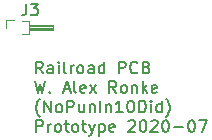
<source format=gbr>
%TF.GenerationSoftware,KiCad,Pcbnew,(5.1.6)-1*%
%TF.CreationDate,2020-07-09T10:39:36-04:00*%
%TF.ProjectId,railroad-keyboard-switch-plate,7261696c-726f-4616-942d-6b6579626f61,rev?*%
%TF.SameCoordinates,Original*%
%TF.FileFunction,Legend,Top*%
%TF.FilePolarity,Positive*%
%FSLAX46Y46*%
G04 Gerber Fmt 4.6, Leading zero omitted, Abs format (unit mm)*
G04 Created by KiCad (PCBNEW (5.1.6)-1) date 2020-07-09 10:39:36*
%MOMM*%
%LPD*%
G01*
G04 APERTURE LIST*
%ADD10C,0.150000*%
%ADD11C,0.120000*%
G04 APERTURE END LIST*
D10*
X23671773Y-400472130D02*
X23338440Y-399995940D01*
X23100345Y-400472130D02*
X23100345Y-399472130D01*
X23481297Y-399472130D01*
X23576535Y-399519750D01*
X23624154Y-399567369D01*
X23671773Y-399662607D01*
X23671773Y-399805464D01*
X23624154Y-399900702D01*
X23576535Y-399948321D01*
X23481297Y-399995940D01*
X23100345Y-399995940D01*
X24528916Y-400472130D02*
X24528916Y-399948321D01*
X24481297Y-399853083D01*
X24386059Y-399805464D01*
X24195583Y-399805464D01*
X24100345Y-399853083D01*
X24528916Y-400424511D02*
X24433678Y-400472130D01*
X24195583Y-400472130D01*
X24100345Y-400424511D01*
X24052726Y-400329273D01*
X24052726Y-400234035D01*
X24100345Y-400138797D01*
X24195583Y-400091178D01*
X24433678Y-400091178D01*
X24528916Y-400043559D01*
X25005107Y-400472130D02*
X25005107Y-399805464D01*
X25005107Y-399472130D02*
X24957488Y-399519750D01*
X25005107Y-399567369D01*
X25052726Y-399519750D01*
X25005107Y-399472130D01*
X25005107Y-399567369D01*
X25624154Y-400472130D02*
X25528916Y-400424511D01*
X25481297Y-400329273D01*
X25481297Y-399472130D01*
X26005107Y-400472130D02*
X26005107Y-399805464D01*
X26005107Y-399995940D02*
X26052726Y-399900702D01*
X26100345Y-399853083D01*
X26195583Y-399805464D01*
X26290821Y-399805464D01*
X26767011Y-400472130D02*
X26671773Y-400424511D01*
X26624154Y-400376892D01*
X26576535Y-400281654D01*
X26576535Y-399995940D01*
X26624154Y-399900702D01*
X26671773Y-399853083D01*
X26767011Y-399805464D01*
X26909869Y-399805464D01*
X27005107Y-399853083D01*
X27052726Y-399900702D01*
X27100345Y-399995940D01*
X27100345Y-400281654D01*
X27052726Y-400376892D01*
X27005107Y-400424511D01*
X26909869Y-400472130D01*
X26767011Y-400472130D01*
X27957488Y-400472130D02*
X27957488Y-399948321D01*
X27909869Y-399853083D01*
X27814630Y-399805464D01*
X27624154Y-399805464D01*
X27528916Y-399853083D01*
X27957488Y-400424511D02*
X27862250Y-400472130D01*
X27624154Y-400472130D01*
X27528916Y-400424511D01*
X27481297Y-400329273D01*
X27481297Y-400234035D01*
X27528916Y-400138797D01*
X27624154Y-400091178D01*
X27862250Y-400091178D01*
X27957488Y-400043559D01*
X28862250Y-400472130D02*
X28862250Y-399472130D01*
X28862250Y-400424511D02*
X28767011Y-400472130D01*
X28576535Y-400472130D01*
X28481297Y-400424511D01*
X28433678Y-400376892D01*
X28386059Y-400281654D01*
X28386059Y-399995940D01*
X28433678Y-399900702D01*
X28481297Y-399853083D01*
X28576535Y-399805464D01*
X28767011Y-399805464D01*
X28862250Y-399853083D01*
X30100345Y-400472130D02*
X30100345Y-399472130D01*
X30481297Y-399472130D01*
X30576535Y-399519750D01*
X30624154Y-399567369D01*
X30671773Y-399662607D01*
X30671773Y-399805464D01*
X30624154Y-399900702D01*
X30576535Y-399948321D01*
X30481297Y-399995940D01*
X30100345Y-399995940D01*
X31671773Y-400376892D02*
X31624154Y-400424511D01*
X31481297Y-400472130D01*
X31386059Y-400472130D01*
X31243202Y-400424511D01*
X31147964Y-400329273D01*
X31100345Y-400234035D01*
X31052726Y-400043559D01*
X31052726Y-399900702D01*
X31100345Y-399710226D01*
X31147964Y-399614988D01*
X31243202Y-399519750D01*
X31386059Y-399472130D01*
X31481297Y-399472130D01*
X31624154Y-399519750D01*
X31671773Y-399567369D01*
X32433678Y-399948321D02*
X32576535Y-399995940D01*
X32624154Y-400043559D01*
X32671773Y-400138797D01*
X32671773Y-400281654D01*
X32624154Y-400376892D01*
X32576535Y-400424511D01*
X32481297Y-400472130D01*
X32100345Y-400472130D01*
X32100345Y-399472130D01*
X32433678Y-399472130D01*
X32528916Y-399519750D01*
X32576535Y-399567369D01*
X32624154Y-399662607D01*
X32624154Y-399757845D01*
X32576535Y-399853083D01*
X32528916Y-399900702D01*
X32433678Y-399948321D01*
X32100345Y-399948321D01*
X23005107Y-401122130D02*
X23243202Y-402122130D01*
X23433678Y-401407845D01*
X23624154Y-402122130D01*
X23862250Y-401122130D01*
X24243202Y-402026892D02*
X24290821Y-402074511D01*
X24243202Y-402122130D01*
X24195583Y-402074511D01*
X24243202Y-402026892D01*
X24243202Y-402122130D01*
X25433678Y-401836416D02*
X25909869Y-401836416D01*
X25338440Y-402122130D02*
X25671773Y-401122130D01*
X26005107Y-402122130D01*
X26481297Y-402122130D02*
X26386059Y-402074511D01*
X26338440Y-401979273D01*
X26338440Y-401122130D01*
X27243202Y-402074511D02*
X27147964Y-402122130D01*
X26957488Y-402122130D01*
X26862250Y-402074511D01*
X26814630Y-401979273D01*
X26814630Y-401598321D01*
X26862250Y-401503083D01*
X26957488Y-401455464D01*
X27147964Y-401455464D01*
X27243202Y-401503083D01*
X27290821Y-401598321D01*
X27290821Y-401693559D01*
X26814630Y-401788797D01*
X27624154Y-402122130D02*
X28147964Y-401455464D01*
X27624154Y-401455464D02*
X28147964Y-402122130D01*
X29862250Y-402122130D02*
X29528916Y-401645940D01*
X29290821Y-402122130D02*
X29290821Y-401122130D01*
X29671773Y-401122130D01*
X29767011Y-401169750D01*
X29814630Y-401217369D01*
X29862250Y-401312607D01*
X29862250Y-401455464D01*
X29814630Y-401550702D01*
X29767011Y-401598321D01*
X29671773Y-401645940D01*
X29290821Y-401645940D01*
X30433678Y-402122130D02*
X30338440Y-402074511D01*
X30290821Y-402026892D01*
X30243202Y-401931654D01*
X30243202Y-401645940D01*
X30290821Y-401550702D01*
X30338440Y-401503083D01*
X30433678Y-401455464D01*
X30576535Y-401455464D01*
X30671773Y-401503083D01*
X30719392Y-401550702D01*
X30767011Y-401645940D01*
X30767011Y-401931654D01*
X30719392Y-402026892D01*
X30671773Y-402074511D01*
X30576535Y-402122130D01*
X30433678Y-402122130D01*
X31195583Y-401455464D02*
X31195583Y-402122130D01*
X31195583Y-401550702D02*
X31243202Y-401503083D01*
X31338440Y-401455464D01*
X31481297Y-401455464D01*
X31576535Y-401503083D01*
X31624154Y-401598321D01*
X31624154Y-402122130D01*
X32100345Y-402122130D02*
X32100345Y-401122130D01*
X32195583Y-401741178D02*
X32481297Y-402122130D01*
X32481297Y-401455464D02*
X32100345Y-401836416D01*
X33290821Y-402074511D02*
X33195583Y-402122130D01*
X33005107Y-402122130D01*
X32909869Y-402074511D01*
X32862250Y-401979273D01*
X32862250Y-401598321D01*
X32909869Y-401503083D01*
X33005107Y-401455464D01*
X33195583Y-401455464D01*
X33290821Y-401503083D01*
X33338440Y-401598321D01*
X33338440Y-401693559D01*
X32862250Y-401788797D01*
X23386059Y-404153083D02*
X23338440Y-404105464D01*
X23243202Y-403962607D01*
X23195583Y-403867369D01*
X23147964Y-403724511D01*
X23100345Y-403486416D01*
X23100345Y-403295940D01*
X23147964Y-403057845D01*
X23195583Y-402914988D01*
X23243202Y-402819750D01*
X23338440Y-402676892D01*
X23386059Y-402629273D01*
X23767011Y-403772130D02*
X23767011Y-402772130D01*
X24338440Y-403772130D01*
X24338440Y-402772130D01*
X24957488Y-403772130D02*
X24862250Y-403724511D01*
X24814630Y-403676892D01*
X24767011Y-403581654D01*
X24767011Y-403295940D01*
X24814630Y-403200702D01*
X24862250Y-403153083D01*
X24957488Y-403105464D01*
X25100345Y-403105464D01*
X25195583Y-403153083D01*
X25243202Y-403200702D01*
X25290821Y-403295940D01*
X25290821Y-403581654D01*
X25243202Y-403676892D01*
X25195583Y-403724511D01*
X25100345Y-403772130D01*
X24957488Y-403772130D01*
X25719392Y-403772130D02*
X25719392Y-402772130D01*
X26100345Y-402772130D01*
X26195583Y-402819750D01*
X26243202Y-402867369D01*
X26290821Y-402962607D01*
X26290821Y-403105464D01*
X26243202Y-403200702D01*
X26195583Y-403248321D01*
X26100345Y-403295940D01*
X25719392Y-403295940D01*
X27147964Y-403105464D02*
X27147964Y-403772130D01*
X26719392Y-403105464D02*
X26719392Y-403629273D01*
X26767011Y-403724511D01*
X26862250Y-403772130D01*
X27005107Y-403772130D01*
X27100345Y-403724511D01*
X27147964Y-403676892D01*
X27624154Y-403105464D02*
X27624154Y-403772130D01*
X27624154Y-403200702D02*
X27671773Y-403153083D01*
X27767011Y-403105464D01*
X27909869Y-403105464D01*
X28005107Y-403153083D01*
X28052726Y-403248321D01*
X28052726Y-403772130D01*
X28528916Y-403772130D02*
X28528916Y-402772130D01*
X29005107Y-403105464D02*
X29005107Y-403772130D01*
X29005107Y-403200702D02*
X29052726Y-403153083D01*
X29147964Y-403105464D01*
X29290821Y-403105464D01*
X29386059Y-403153083D01*
X29433678Y-403248321D01*
X29433678Y-403772130D01*
X30433678Y-403772130D02*
X29862250Y-403772130D01*
X30147964Y-403772130D02*
X30147964Y-402772130D01*
X30052726Y-402914988D01*
X29957488Y-403010226D01*
X29862250Y-403057845D01*
X31052726Y-402772130D02*
X31147964Y-402772130D01*
X31243202Y-402819750D01*
X31290821Y-402867369D01*
X31338440Y-402962607D01*
X31386059Y-403153083D01*
X31386059Y-403391178D01*
X31338440Y-403581654D01*
X31290821Y-403676892D01*
X31243202Y-403724511D01*
X31147964Y-403772130D01*
X31052726Y-403772130D01*
X30957488Y-403724511D01*
X30909869Y-403676892D01*
X30862250Y-403581654D01*
X30814630Y-403391178D01*
X30814630Y-403153083D01*
X30862250Y-402962607D01*
X30909869Y-402867369D01*
X30957488Y-402819750D01*
X31052726Y-402772130D01*
X31814630Y-403772130D02*
X31814630Y-402772130D01*
X32052726Y-402772130D01*
X32195583Y-402819750D01*
X32290821Y-402914988D01*
X32338440Y-403010226D01*
X32386059Y-403200702D01*
X32386059Y-403343559D01*
X32338440Y-403534035D01*
X32290821Y-403629273D01*
X32195583Y-403724511D01*
X32052726Y-403772130D01*
X31814630Y-403772130D01*
X32814630Y-403772130D02*
X32814630Y-403105464D01*
X32814630Y-402772130D02*
X32767011Y-402819750D01*
X32814630Y-402867369D01*
X32862250Y-402819750D01*
X32814630Y-402772130D01*
X32814630Y-402867369D01*
X33719392Y-403772130D02*
X33719392Y-402772130D01*
X33719392Y-403724511D02*
X33624154Y-403772130D01*
X33433678Y-403772130D01*
X33338440Y-403724511D01*
X33290821Y-403676892D01*
X33243202Y-403581654D01*
X33243202Y-403295940D01*
X33290821Y-403200702D01*
X33338440Y-403153083D01*
X33433678Y-403105464D01*
X33624154Y-403105464D01*
X33719392Y-403153083D01*
X34100345Y-404153083D02*
X34147964Y-404105464D01*
X34243202Y-403962607D01*
X34290821Y-403867369D01*
X34338440Y-403724511D01*
X34386059Y-403486416D01*
X34386059Y-403295940D01*
X34338440Y-403057845D01*
X34290821Y-402914988D01*
X34243202Y-402819750D01*
X34147964Y-402676892D01*
X34100345Y-402629273D01*
X23100345Y-405422130D02*
X23100345Y-404422130D01*
X23481297Y-404422130D01*
X23576535Y-404469750D01*
X23624154Y-404517369D01*
X23671773Y-404612607D01*
X23671773Y-404755464D01*
X23624154Y-404850702D01*
X23576535Y-404898321D01*
X23481297Y-404945940D01*
X23100345Y-404945940D01*
X24100345Y-405422130D02*
X24100345Y-404755464D01*
X24100345Y-404945940D02*
X24147964Y-404850702D01*
X24195583Y-404803083D01*
X24290821Y-404755464D01*
X24386059Y-404755464D01*
X24862250Y-405422130D02*
X24767011Y-405374511D01*
X24719392Y-405326892D01*
X24671773Y-405231654D01*
X24671773Y-404945940D01*
X24719392Y-404850702D01*
X24767011Y-404803083D01*
X24862250Y-404755464D01*
X25005107Y-404755464D01*
X25100345Y-404803083D01*
X25147964Y-404850702D01*
X25195583Y-404945940D01*
X25195583Y-405231654D01*
X25147964Y-405326892D01*
X25100345Y-405374511D01*
X25005107Y-405422130D01*
X24862250Y-405422130D01*
X25481297Y-404755464D02*
X25862250Y-404755464D01*
X25624154Y-404422130D02*
X25624154Y-405279273D01*
X25671773Y-405374511D01*
X25767011Y-405422130D01*
X25862250Y-405422130D01*
X26338440Y-405422130D02*
X26243202Y-405374511D01*
X26195583Y-405326892D01*
X26147964Y-405231654D01*
X26147964Y-404945940D01*
X26195583Y-404850702D01*
X26243202Y-404803083D01*
X26338440Y-404755464D01*
X26481297Y-404755464D01*
X26576535Y-404803083D01*
X26624154Y-404850702D01*
X26671773Y-404945940D01*
X26671773Y-405231654D01*
X26624154Y-405326892D01*
X26576535Y-405374511D01*
X26481297Y-405422130D01*
X26338440Y-405422130D01*
X26957488Y-404755464D02*
X27338440Y-404755464D01*
X27100345Y-404422130D02*
X27100345Y-405279273D01*
X27147964Y-405374511D01*
X27243202Y-405422130D01*
X27338440Y-405422130D01*
X27576535Y-404755464D02*
X27814630Y-405422130D01*
X28052726Y-404755464D02*
X27814630Y-405422130D01*
X27719392Y-405660226D01*
X27671773Y-405707845D01*
X27576535Y-405755464D01*
X28433678Y-404755464D02*
X28433678Y-405755464D01*
X28433678Y-404803083D02*
X28528916Y-404755464D01*
X28719392Y-404755464D01*
X28814630Y-404803083D01*
X28862250Y-404850702D01*
X28909869Y-404945940D01*
X28909869Y-405231654D01*
X28862250Y-405326892D01*
X28814630Y-405374511D01*
X28719392Y-405422130D01*
X28528916Y-405422130D01*
X28433678Y-405374511D01*
X29719392Y-405374511D02*
X29624154Y-405422130D01*
X29433678Y-405422130D01*
X29338440Y-405374511D01*
X29290821Y-405279273D01*
X29290821Y-404898321D01*
X29338440Y-404803083D01*
X29433678Y-404755464D01*
X29624154Y-404755464D01*
X29719392Y-404803083D01*
X29767011Y-404898321D01*
X29767011Y-404993559D01*
X29290821Y-405088797D01*
X30909869Y-404517369D02*
X30957488Y-404469750D01*
X31052726Y-404422130D01*
X31290821Y-404422130D01*
X31386059Y-404469750D01*
X31433678Y-404517369D01*
X31481297Y-404612607D01*
X31481297Y-404707845D01*
X31433678Y-404850702D01*
X30862250Y-405422130D01*
X31481297Y-405422130D01*
X32100345Y-404422130D02*
X32195583Y-404422130D01*
X32290821Y-404469750D01*
X32338440Y-404517369D01*
X32386059Y-404612607D01*
X32433678Y-404803083D01*
X32433678Y-405041178D01*
X32386059Y-405231654D01*
X32338440Y-405326892D01*
X32290821Y-405374511D01*
X32195583Y-405422130D01*
X32100345Y-405422130D01*
X32005107Y-405374511D01*
X31957488Y-405326892D01*
X31909869Y-405231654D01*
X31862250Y-405041178D01*
X31862250Y-404803083D01*
X31909869Y-404612607D01*
X31957488Y-404517369D01*
X32005107Y-404469750D01*
X32100345Y-404422130D01*
X32814630Y-404517369D02*
X32862250Y-404469750D01*
X32957488Y-404422130D01*
X33195583Y-404422130D01*
X33290821Y-404469750D01*
X33338440Y-404517369D01*
X33386059Y-404612607D01*
X33386059Y-404707845D01*
X33338440Y-404850702D01*
X32767011Y-405422130D01*
X33386059Y-405422130D01*
X34005107Y-404422130D02*
X34100345Y-404422130D01*
X34195583Y-404469750D01*
X34243202Y-404517369D01*
X34290821Y-404612607D01*
X34338440Y-404803083D01*
X34338440Y-405041178D01*
X34290821Y-405231654D01*
X34243202Y-405326892D01*
X34195583Y-405374511D01*
X34100345Y-405422130D01*
X34005107Y-405422130D01*
X33909869Y-405374511D01*
X33862250Y-405326892D01*
X33814630Y-405231654D01*
X33767011Y-405041178D01*
X33767011Y-404803083D01*
X33814630Y-404612607D01*
X33862250Y-404517369D01*
X33909869Y-404469750D01*
X34005107Y-404422130D01*
X34767011Y-405041178D02*
X35528916Y-405041178D01*
X36195583Y-404422130D02*
X36290821Y-404422130D01*
X36386059Y-404469750D01*
X36433678Y-404517369D01*
X36481297Y-404612607D01*
X36528916Y-404803083D01*
X36528916Y-405041178D01*
X36481297Y-405231654D01*
X36433678Y-405326892D01*
X36386059Y-405374511D01*
X36290821Y-405422130D01*
X36195583Y-405422130D01*
X36100345Y-405374511D01*
X36052726Y-405326892D01*
X36005107Y-405231654D01*
X35957488Y-405041178D01*
X35957488Y-404803083D01*
X36005107Y-404612607D01*
X36052726Y-404517369D01*
X36100345Y-404469750D01*
X36195583Y-404422130D01*
X36862250Y-404422130D02*
X37528916Y-404422130D01*
X37100345Y-405422130D01*
D11*
%TO.C,J3*%
X21894000Y-396061000D02*
X22519000Y-396061000D01*
X22519000Y-396061000D02*
X22519000Y-397181000D01*
X22519000Y-397181000D02*
X21894000Y-397181000D01*
X22519000Y-396411000D02*
X24519000Y-396411000D01*
X24519000Y-396411000D02*
X24519000Y-396831000D01*
X24519000Y-396831000D02*
X22519000Y-396831000D01*
X22519000Y-396471000D02*
X24519000Y-396471000D01*
X22519000Y-396591000D02*
X24519000Y-396591000D01*
X22519000Y-396711000D02*
X24519000Y-396711000D01*
X20524000Y-396621000D02*
X20524000Y-395936000D01*
X20524000Y-395936000D02*
X21209000Y-395936000D01*
D10*
X22250666Y-394573380D02*
X22250666Y-395287666D01*
X22203047Y-395430523D01*
X22107809Y-395525761D01*
X21964952Y-395573380D01*
X21869714Y-395573380D01*
X22631619Y-394573380D02*
X23250666Y-394573380D01*
X22917333Y-394954333D01*
X23060190Y-394954333D01*
X23155428Y-395001952D01*
X23203047Y-395049571D01*
X23250666Y-395144809D01*
X23250666Y-395382904D01*
X23203047Y-395478142D01*
X23155428Y-395525761D01*
X23060190Y-395573380D01*
X22774476Y-395573380D01*
X22679238Y-395525761D01*
X22631619Y-395478142D01*
%TD*%
M02*

</source>
